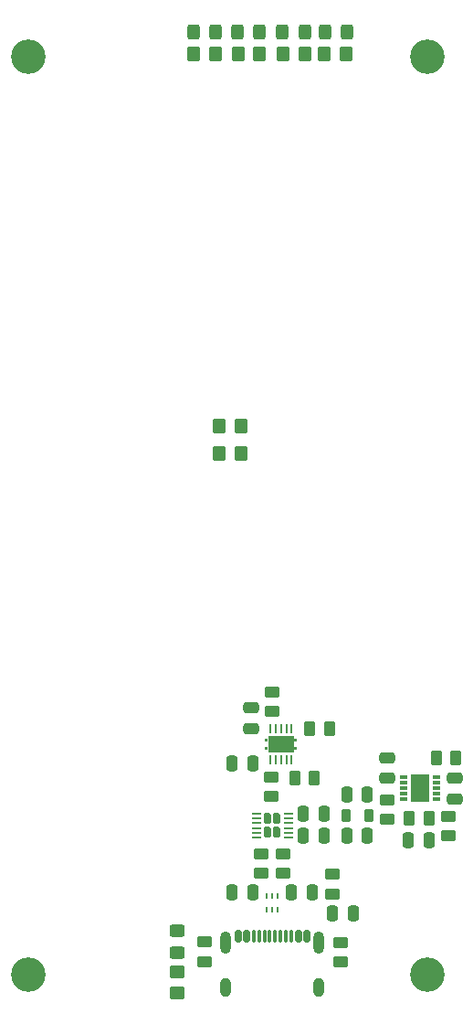
<source format=gtp>
G04 #@! TF.GenerationSoftware,KiCad,Pcbnew,8.0.8*
G04 #@! TF.CreationDate,2025-03-10T12:23:01-04:00*
G04 #@! TF.ProjectId,ground-receiver,67726f75-6e64-42d7-9265-636569766572,rev?*
G04 #@! TF.SameCoordinates,Original*
G04 #@! TF.FileFunction,Paste,Top*
G04 #@! TF.FilePolarity,Positive*
%FSLAX46Y46*%
G04 Gerber Fmt 4.6, Leading zero omitted, Abs format (unit mm)*
G04 Created by KiCad (PCBNEW 8.0.8) date 2025-03-10 12:23:01*
%MOMM*%
%LPD*%
G01*
G04 APERTURE LIST*
G04 Aperture macros list*
%AMRoundRect*
0 Rectangle with rounded corners*
0 $1 Rounding radius*
0 $2 $3 $4 $5 $6 $7 $8 $9 X,Y pos of 4 corners*
0 Add a 4 corners polygon primitive as box body*
4,1,4,$2,$3,$4,$5,$6,$7,$8,$9,$2,$3,0*
0 Add four circle primitives for the rounded corners*
1,1,$1+$1,$2,$3*
1,1,$1+$1,$4,$5*
1,1,$1+$1,$6,$7*
1,1,$1+$1,$8,$9*
0 Add four rect primitives between the rounded corners*
20,1,$1+$1,$2,$3,$4,$5,0*
20,1,$1+$1,$4,$5,$6,$7,0*
20,1,$1+$1,$6,$7,$8,$9,0*
20,1,$1+$1,$8,$9,$2,$3,0*%
G04 Aperture macros list end*
%ADD10C,0.000000*%
%ADD11RoundRect,0.172500X0.172500X0.332500X-0.172500X0.332500X-0.172500X-0.332500X0.172500X-0.332500X0*%
%ADD12RoundRect,0.050000X0.350000X0.050000X-0.350000X0.050000X-0.350000X-0.050000X0.350000X-0.050000X0*%
%ADD13R,0.254000X0.812800*%
%ADD14R,2.400000X1.650000*%
%ADD15RoundRect,0.250000X0.262500X0.450000X-0.262500X0.450000X-0.262500X-0.450000X0.262500X-0.450000X0*%
%ADD16RoundRect,0.250000X-0.350000X-0.450000X0.350000X-0.450000X0.350000X0.450000X-0.350000X0.450000X0*%
%ADD17RoundRect,0.250000X-0.450000X0.262500X-0.450000X-0.262500X0.450000X-0.262500X0.450000X0.262500X0*%
%ADD18RoundRect,0.250000X0.250000X0.475000X-0.250000X0.475000X-0.250000X-0.475000X0.250000X-0.475000X0*%
%ADD19C,3.200000*%
%ADD20RoundRect,0.250000X-0.250000X-0.475000X0.250000X-0.475000X0.250000X0.475000X-0.250000X0.475000X0*%
%ADD21RoundRect,0.250000X0.450000X-0.262500X0.450000X0.262500X-0.450000X0.262500X-0.450000X-0.262500X0*%
%ADD22RoundRect,0.250000X0.475000X-0.250000X0.475000X0.250000X-0.475000X0.250000X-0.475000X-0.250000X0*%
%ADD23RoundRect,0.250000X0.450000X-0.325000X0.450000X0.325000X-0.450000X0.325000X-0.450000X-0.325000X0*%
%ADD24RoundRect,0.250000X-0.475000X0.250000X-0.475000X-0.250000X0.475000X-0.250000X0.475000X0.250000X0*%
%ADD25RoundRect,0.250000X-0.325000X-0.450000X0.325000X-0.450000X0.325000X0.450000X-0.325000X0.450000X0*%
%ADD26R,0.279400X0.584200*%
%ADD27RoundRect,0.250000X0.350000X0.450000X-0.350000X0.450000X-0.350000X-0.450000X0.350000X-0.450000X0*%
%ADD28RoundRect,0.250000X-0.262500X-0.450000X0.262500X-0.450000X0.262500X0.450000X-0.262500X0.450000X0*%
%ADD29R,0.800000X0.300000*%
%ADD30R,1.750000X2.500000*%
%ADD31RoundRect,0.218750X0.218750X0.381250X-0.218750X0.381250X-0.218750X-0.381250X0.218750X-0.381250X0*%
%ADD32RoundRect,0.150000X-0.150000X-0.425000X0.150000X-0.425000X0.150000X0.425000X-0.150000X0.425000X0*%
%ADD33RoundRect,0.075000X-0.075000X-0.500000X0.075000X-0.500000X0.075000X0.500000X-0.075000X0.500000X0*%
%ADD34O,1.000000X2.100000*%
%ADD35O,1.000000X1.800000*%
%ADD36RoundRect,0.250000X-0.450000X0.350000X-0.450000X-0.350000X0.450000X-0.350000X0.450000X0.350000X0*%
G04 APERTURE END LIST*
D10*
G36*
X153700252Y-111652263D02*
G01*
X153400252Y-111652263D01*
X153400252Y-111402263D01*
X153700252Y-111402263D01*
X153700252Y-111652263D01*
G37*
G36*
X153700252Y-111652263D02*
G01*
X153400252Y-111652263D01*
X153400252Y-111402263D01*
X153700252Y-111402263D01*
X153700252Y-111652263D01*
G37*
G36*
X156400252Y-111652263D02*
G01*
X156100252Y-111652263D01*
X156100252Y-111402263D01*
X156400252Y-111402263D01*
X156400252Y-111652263D01*
G37*
G36*
X156400252Y-111652263D02*
G01*
X156100252Y-111652263D01*
X156100252Y-111402263D01*
X156400252Y-111402263D01*
X156400252Y-111652263D01*
G37*
G36*
X153700252Y-110902137D02*
G01*
X153400252Y-110902137D01*
X153400252Y-110652137D01*
X153700252Y-110652137D01*
X153700252Y-110902137D01*
G37*
G36*
X153700252Y-110902137D02*
G01*
X153400252Y-110902137D01*
X153400252Y-110652137D01*
X153700252Y-110652137D01*
X153700252Y-110902137D01*
G37*
G36*
X156400252Y-110902137D02*
G01*
X156100252Y-110902137D01*
X156100252Y-110652137D01*
X156400252Y-110652137D01*
X156400252Y-110902137D01*
G37*
G36*
X156400252Y-110902137D02*
G01*
X156100252Y-110902137D01*
X156100252Y-110652137D01*
X156400252Y-110652137D01*
X156400252Y-110902137D01*
G37*
D11*
X154550000Y-119300000D03*
X154550000Y-118050000D03*
X153700000Y-119300000D03*
X153700000Y-118050000D03*
D12*
X155575000Y-119800000D03*
X155575000Y-119350000D03*
X155575000Y-118900000D03*
X155575000Y-118450000D03*
X155575000Y-118000000D03*
X155575000Y-117550000D03*
X152675000Y-117550000D03*
X152675000Y-118000000D03*
X152675000Y-118450000D03*
X152675000Y-118900000D03*
X152675000Y-119350000D03*
X152675000Y-119800000D03*
D13*
X153900000Y-112600000D03*
X154400126Y-112600000D03*
X154900252Y-112600000D03*
X155400378Y-112600000D03*
X155900504Y-112600000D03*
X155900504Y-109704400D03*
X155400378Y-109704400D03*
X154900252Y-109704400D03*
X154400126Y-109704400D03*
X153900000Y-109704400D03*
D14*
X154900252Y-111152200D03*
D15*
X171137500Y-112412500D03*
X169312500Y-112412500D03*
D16*
X155100000Y-47200000D03*
X157100000Y-47200000D03*
D17*
X164712500Y-116287500D03*
X164712500Y-118112500D03*
D18*
X162912500Y-115812500D03*
X161012500Y-115812500D03*
D17*
X155100000Y-121275000D03*
X155100000Y-123100000D03*
D18*
X157800000Y-124900000D03*
X155900000Y-124900000D03*
D19*
X131500000Y-132500000D03*
D15*
X168612500Y-118012500D03*
X166787500Y-118012500D03*
D20*
X161012500Y-119612500D03*
X162912500Y-119612500D03*
D17*
X147800000Y-129475000D03*
X147800000Y-131300000D03*
D18*
X158900000Y-119600000D03*
X157000000Y-119600000D03*
D21*
X170412500Y-119637500D03*
X170412500Y-117812500D03*
D22*
X164712500Y-114312500D03*
X164712500Y-112412500D03*
D20*
X150400000Y-124900000D03*
X152300000Y-124900000D03*
D16*
X150925000Y-47200000D03*
X152925000Y-47200000D03*
D21*
X154000000Y-116012500D03*
X154000000Y-114187500D03*
D17*
X153100000Y-121275000D03*
X153100000Y-123100000D03*
D23*
X145300000Y-130450000D03*
X145300000Y-128400000D03*
D24*
X170987500Y-114312500D03*
X170987500Y-116212500D03*
D25*
X158973800Y-45223800D03*
X161023800Y-45223800D03*
D26*
X153600000Y-126500000D03*
X154099999Y-126500000D03*
X154599998Y-126500000D03*
X154599998Y-125179200D03*
X154099999Y-125179200D03*
X153600000Y-125179200D03*
D16*
X158923800Y-47223800D03*
X160923800Y-47223800D03*
D25*
X155050000Y-45200000D03*
X157100000Y-45200000D03*
D27*
X151200000Y-81700000D03*
X149200000Y-81700000D03*
D17*
X160400000Y-129500000D03*
X160400000Y-131325000D03*
D18*
X161600000Y-126800000D03*
X159700000Y-126800000D03*
D24*
X152100000Y-107800000D03*
X152100000Y-109700000D03*
D28*
X156175000Y-114300000D03*
X158000000Y-114300000D03*
D29*
X166312500Y-114212500D03*
X166312500Y-114712500D03*
X166312500Y-115212500D03*
X166312500Y-115712500D03*
X166312500Y-116212500D03*
X169312500Y-116212500D03*
X169312500Y-115712500D03*
X169312500Y-115212500D03*
X169312500Y-114712500D03*
X169312500Y-114212500D03*
D30*
X167812500Y-115212500D03*
D31*
X163037500Y-117712500D03*
X160912500Y-117712500D03*
D25*
X150875000Y-45200000D03*
X152925000Y-45200000D03*
D18*
X158900000Y-117600000D03*
X157000000Y-117600000D03*
D19*
X168500000Y-47500000D03*
D20*
X150400000Y-112900000D03*
X152300000Y-112900000D03*
D16*
X146825000Y-47200000D03*
X148825000Y-47200000D03*
D27*
X151200000Y-84200000D03*
X149200000Y-84200000D03*
D25*
X146775000Y-45200000D03*
X148825000Y-45200000D03*
D32*
X150920000Y-128945000D03*
X151720000Y-128945000D03*
D33*
X152870000Y-128945000D03*
X153870000Y-128945000D03*
X154370000Y-128945000D03*
X155370000Y-128945000D03*
D32*
X156520000Y-128945000D03*
X157320000Y-128945000D03*
X157320000Y-128945000D03*
X156520000Y-128945000D03*
D33*
X155870000Y-128945000D03*
X154870000Y-128945000D03*
X153370000Y-128945000D03*
X152370000Y-128945000D03*
D32*
X151720000Y-128945000D03*
X150920000Y-128945000D03*
D34*
X149800000Y-129520000D03*
D35*
X149800000Y-133700000D03*
D34*
X158440000Y-129520000D03*
D35*
X158440000Y-133700000D03*
D17*
X159700000Y-123175000D03*
X159700000Y-125000000D03*
D19*
X168500000Y-132500000D03*
D36*
X145300000Y-132200000D03*
X145300000Y-134200000D03*
D19*
X131500000Y-47500000D03*
D21*
X154100000Y-108125000D03*
X154100000Y-106300000D03*
D28*
X157575000Y-109700000D03*
X159400000Y-109700000D03*
D18*
X168612500Y-120012500D03*
X166712500Y-120012500D03*
M02*

</source>
